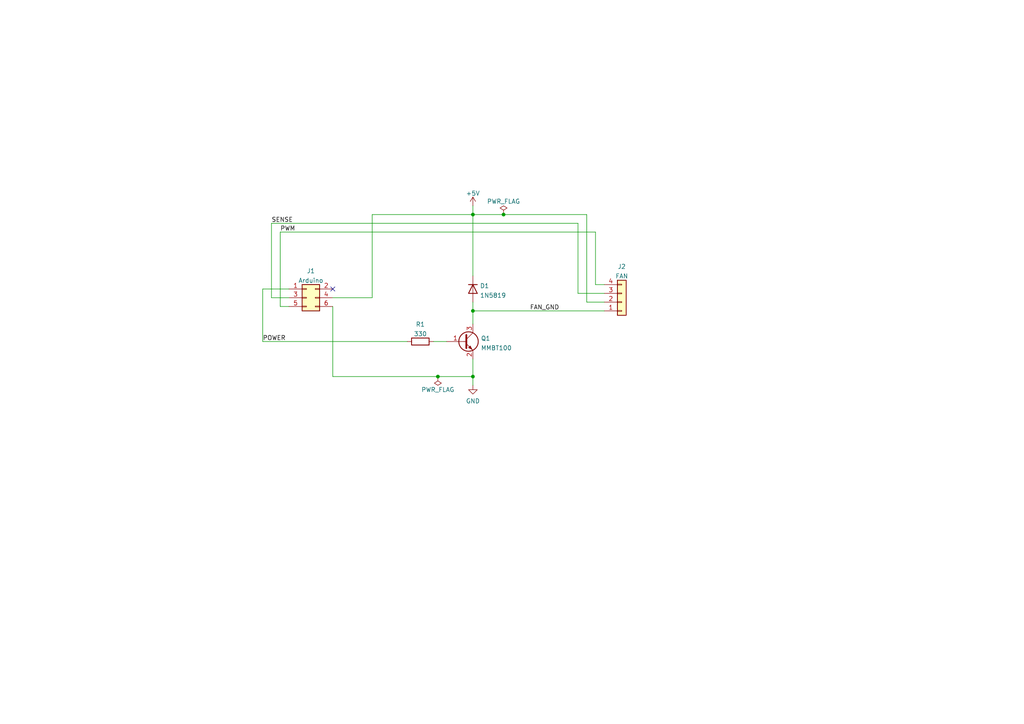
<source format=kicad_sch>
(kicad_sch (version 20211123) (generator eeschema)
  (paper "A4")
  (title_block (title "ArduinoConnector") (date "2022-03-11") (rev "1"))
  (lib_symbols
    (symbol "Connector_Generic:Conn_01x04" (pin_names (offset 1.016) hide)
      (property "Reference" "J" (at 0 5.08 0))
      (property "Value" "Conn_01x04" (at 0 -7.62 0))
      (symbol "Conn_01x04_1_1"
        (rectangle (start -1.27 -4.953) (end 0 -5.207) (stroke (width 0.1524)))
        (rectangle (start -1.27 -2.413) (end 0 -2.667) (stroke (width 0.1524)))
        (rectangle (start -1.27 0.127) (end 0 -0.127) (stroke (width 0.1524)))
        (rectangle (start -1.27 2.667) (end 0 2.413) (stroke (width 0.1524)))
        (rectangle (start -1.27 3.81) (end 1.27 -6.35) (stroke (width 0.254)) (fill (type background)))
        (pin passive line (at -5.08 2.54 0) (length 3.81) (name "Pin_1") (number "1"))
        (pin passive line (at -5.08 0 0) (length 3.81) (name "Pin_2") (number "2"))
        (pin passive line (at -5.08 -2.54 0) (length 3.81) (name "Pin_3") (number "3"))
        (pin passive line (at -5.08 -5.08 0) (length 3.81) (name "Pin_4") (number "4"))
      )
    )
    (symbol "Connector_Generic:Conn_02x03_Odd_Even" (pin_names (offset 1.016) hide)
      (property "Reference" "J" (at 1.27 5.08 0))
      (property "Value" "Conn_02x03_Odd_Even" (at 1.27 -5.08 0))
      (symbol "Conn_02x03_Odd_Even_1_1"
        (rectangle (start -1.27 -2.413) (end 0 -2.667) (stroke (width 0.1524)))
        (rectangle (start -1.27 0.127) (end 0 -0.127) (stroke (width 0.1524)))
        (rectangle (start -1.27 2.667) (end 0 2.413) (stroke (width 0.1524)))
        (rectangle (start -1.27 3.81) (end 3.81 -3.81) (stroke (width 0.254)) (fill (type background)))
        (rectangle (start 3.81 -2.413) (end 2.54 -2.667) (stroke (width 0.1524)))
        (rectangle (start 3.81 0.127) (end 2.54 -0.127) (stroke (width 0.1524)))
        (rectangle (start 3.81 2.667) (end 2.54 2.413) (stroke (width 0.1524)))
        (pin passive line (at -5.08 2.54 0) (length 3.81) (name "Pin_1") (number "1"))
        (pin passive line (at 7.62 2.54 180) (length 3.81) (name "Pin_2") (number "2"))
        (pin passive line (at -5.08 0 0) (length 3.81) (name "Pin_3") (number "3"))
        (pin passive line (at 7.62 0 180) (length 3.81) (name "Pin_4") (number "4"))
        (pin passive line (at -5.08 -2.54 0) (length 3.81) (name "Pin_5") (number "5"))
        (pin passive line (at 7.62 -2.54 180) (length 3.81) (name "Pin_6") (number "6"))
      )
    )
    (symbol "Device:R" (pin_numbers hide) (pin_names (offset 0))
      (property "Reference" "R" (at 2.032 0 90))
      (property "Value" "R" (at 0 0 90))
      (symbol "R_0_1"
        (rectangle (start -1.016 -2.54) (end 1.016 2.54) (stroke (width 0.254)))
      )
      (symbol "R_1_1"
        (pin passive line (at 0 3.81 270) (length 1.27) (name "~") (number "1"))
        (pin passive line (at 0 -3.81 90) (length 1.27) (name "~") (number "2"))
      )
    )
    (symbol "Diode:1N4001" (pin_numbers hide) (pin_names (offset 1.016) hide)
      (property "Reference" "D" (at 0 2.54 0))
      (property "Value" "1N4001" (at 0 -2.54 0))
      (symbol "1N4001_0_1"
        (polyline (pts (xy -1.27 1.27) (xy -1.27 -1.27)) (stroke (width 0.254)))
        (polyline (pts (xy 1.27 0) (xy -1.27 0)))
        (polyline (pts (xy 1.27 1.27) (xy 1.27 -1.27) (xy -1.27 0) (xy 1.27 1.27)) (stroke (width 0.254)))
      )
      (symbol "1N4001_1_1"
        (pin passive line (at -3.81 0 0) (length 2.54) (name "K") (number "1"))
        (pin passive line (at 3.81 0 180) (length 2.54) (name "A") (number "2"))
      )
    )
    (symbol "Transistor_BJT:MMBTA42" (pin_names (offset 0) hide)
      (property "Reference" "Q" (at 5.08 1.905 0))
      (property "Value" "MMBTA42" (at 5.08 0 0))
      (symbol "MMBTA42_0_1"
        (polyline (pts (xy 0 0) (xy 0.635 0)))
        (polyline (pts (xy 0.635 0.635) (xy 2.54 2.54)))
        (polyline (pts (xy 0.635 -0.635) (xy 2.54 -2.54) (xy 2.54 -2.54)))
        (polyline (pts (xy 0.635 1.905) (xy 0.635 -1.905) (xy 0.635 -1.905)) (stroke (width 0.508)))
        (polyline (pts (xy 1.27 -1.778) (xy 1.778 -1.27) (xy 2.286 -2.286) (xy 1.27 -1.778) (xy 1.27 -1.778)) (fill (type outline)))
        (circle (center 1.27 0) (radius 2.8194) (stroke (width 0.254)))
      )
      (symbol "MMBTA42_1_1"
        (pin input line (at -5.08 0 0) (length 5.08) (name "B") (number "1"))
        (pin passive line (at 2.54 -5.08 90) (length 2.54) (name "E") (number "2"))
        (pin passive line (at 2.54 5.08 270) (length 2.54) (name "C") (number "3"))
      )
    )
    (symbol "power:+5V" (power) (pin_names (offset 0))
      (property "Value" "+5V" (at 0 3.556 0))
      (symbol "+5V_0_1"
        (polyline (pts (xy -0.762 1.27) (xy 0 2.54)))
        (polyline (pts (xy 0 0) (xy 0 2.54)))
        (polyline (pts (xy 0 2.54) (xy 0.762 1.27)))
      )
      (symbol "+5V_1_1"
        (pin power_in line (at 0 0 90) (length 0) hide (name "+5V") (number "1"))
      )
    )
    (symbol "power:GND" (power) (pin_names (offset 0))
      (property "Value" "GND" (at 0 -3.81 0))
      (symbol "GND_0_1"
        (polyline (pts (xy 0 0) (xy 0 -1.27) (xy 1.27 -1.27) (xy 0 -2.54) (xy -1.27 -1.27) (xy 0 -1.27)))
      )
      (symbol "GND_1_1"
        (pin power_in line (at 0 0 270) (length 0) hide (name "GND") (number "1"))
      )
    )
    (symbol "power:PWR_FLAG" (power) (pin_numbers hide) (pin_names (offset 0) hide)
      (property "Value" "PWR_FLAG" (at 0 3.81 0))
      (symbol "PWR_FLAG_0_0"
        (pin power_out line (at 0 0 90) (length 0) (name "pwr") (number "1"))
      )
      (symbol "PWR_FLAG_0_1"
        (polyline (pts (xy 0 0) (xy 0 1.27) (xy -1.016 1.905) (xy 0 2.54) (xy 1.016 1.905) (xy 0 1.27)))
      )
    )
  )
  (junction (at 137.16 62.23))
  (junction (at 146.05 62.23))
  (junction (at 137.16 109.22))
  (junction (at 127 109.22))
  (junction (at 137.16 90.17))
  (no_connect (at 96.52 83.82))
  (wire (pts (xy 96.52 109.22) (xy 127 109.22)))
  (wire (pts (xy 96.52 88.9) (xy 96.52 109.22)))
  (wire (pts (xy 167.64 85.09) (xy 167.64 64.77)))
  (wire (pts (xy 172.72 67.31) (xy 172.72 82.55)))
  (wire (pts (xy 76.2 83.82) (xy 76.2 99.06)))
  (wire (pts (xy 137.16 90.17) (xy 175.26 90.17)))
  (wire (pts (xy 137.16 62.23) (xy 137.16 59.69)))
  (wire (pts (xy 137.16 104.14) (xy 137.16 109.22)))
  (wire (pts (xy 137.16 109.22) (xy 137.16 111.76)))
  (wire (pts (xy 125.73 99.06) (xy 129.54 99.06)))
  (wire (pts (xy 107.95 86.36) (xy 107.95 62.23)))
  (wire (pts (xy 76.2 99.06) (xy 118.11 99.06)))
  (wire (pts (xy 78.74 64.77) (xy 167.64 64.77)))
  (wire (pts (xy 146.05 62.23) (xy 137.16 62.23)))
  (wire (pts (xy 175.26 85.09) (xy 167.64 85.09)))
  (wire (pts (xy 96.52 86.36) (xy 107.95 86.36)))
  (wire (pts (xy 170.18 87.63) (xy 170.18 62.23)))
  (wire (pts (xy 175.26 87.63) (xy 170.18 87.63)))
  (wire (pts (xy 78.74 64.77) (xy 78.74 86.36)))
  (wire (pts (xy 83.82 83.82) (xy 76.2 83.82)))
  (wire (pts (xy 137.16 62.23) (xy 137.16 80.01)))
  (wire (pts (xy 170.18 62.23) (xy 146.05 62.23)))
  (wire (pts (xy 78.74 86.36) (xy 83.82 86.36)))
  (wire (pts (xy 83.82 88.9) (xy 81.28 88.9)))
  (wire (pts (xy 137.16 90.17) (xy 137.16 93.98)))
  (wire (pts (xy 81.28 88.9) (xy 81.28 67.31)))
  (wire (pts (xy 81.28 67.31) (xy 172.72 67.31)))
  (wire (pts (xy 172.72 82.55) (xy 175.26 82.55)))
  (wire (pts (xy 127 109.22) (xy 137.16 109.22)))
  (wire (pts (xy 107.95 62.23) (xy 137.16 62.23)))
  (wire (pts (xy 137.16 87.63) (xy 137.16 90.17)))
  (label "POWER" (at 76.2 99.06 0))
  (label "FAN_GND" (at 153.67 90.17 0))
  (label "SENSE" (at 78.74 64.77 0))
  (label "PWM" (at 81.28 67.31 0))
  (symbol (lib_id "power:GND") (at 137.16 111.76 0) (unit 1)
    (property "Reference" "#PWR02" (effects hide))
    (property "Value" "GND" (at 137.16 116.3225 0))
  )
  (symbol (lib_id "Device:R") (at 121.92 99.06 90) (unit 1)
    (property "Reference" "R1" (at 121.92 94.0775 90))
    (property "Value" "330" (at 121.92 96.8526 90))
    (property "Footprint" "Resistor_SMD:R_0805_2012Metric" (effects hide))
  )
  (symbol (lib_id "power:PWR_FLAG") (at 146.05 62.23 0) (mirror y) (unit 1)
    (property "Reference" "#FLG02" (effects hide))
    (property "Value" "PWR_FLAG" (at 146.05 58.42 0))
  )
  (symbol (lib_id "Diode:1N4001") (at 137.16 83.82 270) (unit 1)
    (property "Reference" "D1" (at 139.192 82.9115 90) (effects (justify left)))
    (property "Value" "1N5819" (at 139.192 85.6866 90) (effects (justify left)))
    (property "Footprint" "Diode_SMD:D_SMA" (effects hide))
    (property "Datasheet" "http://www.vishay.com/docs/88503/1n4001.pdf" (effects hide))
  )
  (symbol (lib_id "power:+5V") (at 137.16 59.69 0) (unit 1)
    (property "Reference" "#PWR01" (effects hide))
    (property "Value" "+5V" (at 137.16 56.0855 0))
  )
  (symbol (lib_id "Connector_Generic:Conn_01x04") (at 180.34 87.63 0) (mirror x) (unit 1)
    (property "Reference" "J2" (at 180.34 77.3135 0))
    (property "Value" "FAN" (at 180.34 80.0886 0))
    (property "Footprint" "Connector_Molex:Molex_KK-254_AE-6410-04A_1x04_P2.54mm_Vertical" (effects hide))
  )
  (symbol (lib_id "Transistor_BJT:MMBTA42") (at 134.62 99.06 0) (unit 1)
    (property "Reference" "Q1" (at 139.4714 98.1515 0) (effects (justify left)))
    (property "Value" "MMBT100" (at 139.4714 100.9266 0) (effects (justify left)))
    (property "Footprint" "Package_TO_SOT_SMD:SOT-23" (effects hide))
    (property "Datasheet" "https://www.onsemi.com/pub/Collateral/MMBTA42LT1-D.PDF" (effects hide))
  )
  (symbol (lib_id "power:PWR_FLAG") (at 127 109.22 180) (unit 1)
    (property "Reference" "#FLG01" (effects hide))
    (property "Value" "PWR_FLAG" (at 127 113.03 0))
  )
  (symbol (lib_id "Connector_Generic:Conn_02x03_Odd_Even") (at 88.9 86.36 0) (unit 1)
    (property "Reference" "J1" (at 90.17 78.5835 0))
    (property "Value" "Arduino" (at 90.17 81.3586 0))
    (property "Footprint" "Connector_PinHeader_2.54mm:PinHeader_2x03_P2.54mm_Vertical" (effects hide))
  )
)
</source>
